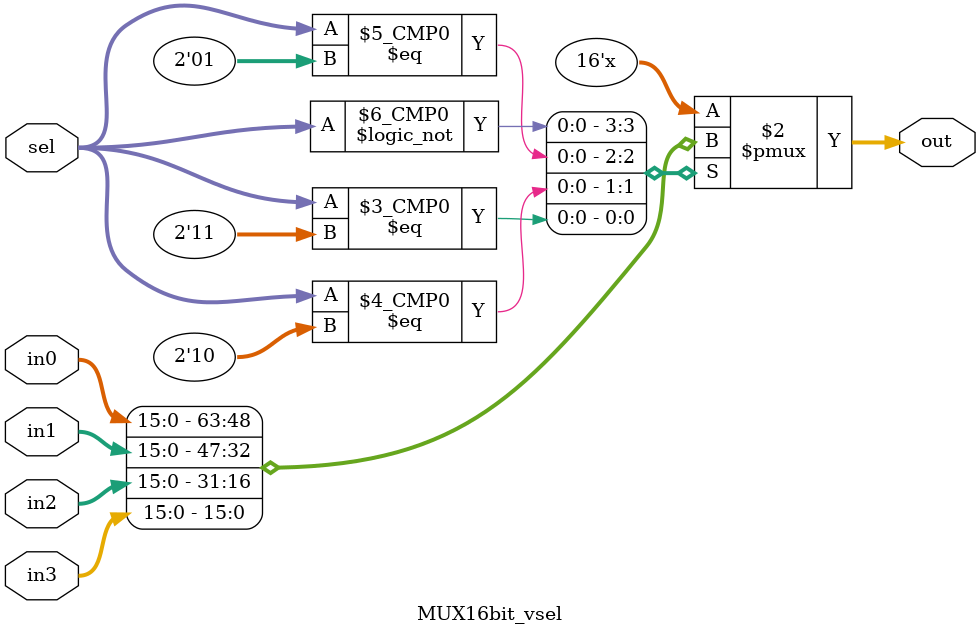
<source format=sv>
module datapath(
    //Inputs
    input [15:0] mdata, sximm8, sximm5,
    input [7:0] PC,
    input [2:0] writenum, readnum,
    input [1:0] shift, ALUop, vsel,
    input clk, write, asel, bsel, loada, loadb, loadc, loads,
    output reg [15:0] datapath_out, //this is C
    output reg [2:0] Z_out,
    input shift_ctrl
);
// Internal registers
reg [15:0] data_in, data_out, in, out, sout, Ain, Bin;
reg [15:0] regAout, regBout;
reg [2:0] Z; //vdffed to Z_out

reg [1:0] shift_ctrl_out;


// Module instantiation
regfile REGFILE(data_in, writenum, write, readnum, clk, data_out); //(1)
ALU ALU(Ain, Bin, ALUop, out, Z); //(2)
shifter SHIFTER(regBout, shift_ctrl_out, sout); //(8)

//(3)
reg [15:0] regAtemp;
assign regAtemp = regAout;
always_ff @(posedge clk)begin
    if(loada)
        regAout = data_out;
    else
        regAout = regAtemp;
end
/*
vDFFE #(16) regA(
    .clk(clk),
    .en(loada),
    .in(data_out),
    .out(regAout)
);
*/

//(4)
vDFFE #(16) regB(
    .clk(clk),
    .en(loadb),
    .in(data_out),
    .out(regBout)
);

//(5)
vDFFE #(16) regC(
    .clk(clk),
    .en(loadc),
    .in(out),
    .out(datapath_out)
);

//(6)
MUX16bit selA(
    .in0(regAout),
    .in1(16'd0),
    .sel(asel),
    .out(Ain)
);

//(7)
MUX16bit selB(
    .in0(sout),
    .in1(sximm5),
    .sel(bsel),
    .out(Bin)
);

//(9)
MUX16bit_vsel vSEL(
    .in0(datapath_out),
    .in1({8'b0,PC}),
    .in2(sximm8),
    .in3(mdata),
    .sel(vsel),
    .out(data_in)
);

//(10)
vDFFE #(3) status(
    .clk(clk),
    .en(loads),
    .in(Z),
    .out(Z_out)
);

//SPECIAL shift operation MUX specially designed for STR operations with negative imm5
//when ON, overide shift to 00 (ADD)

always_comb begin
    if(shift_ctrl)
        shift_ctrl_out = 2'b00;
    else 
        shift_ctrl_out = shift;
end


endmodule


//register with load enable
module vDFFE(clk, en, in, out) ;
  parameter n = 1;  // width
  input clk, en ;
  input [n-1:0] in ;
  output reg [n-1:0] out ;
  wire [n-1:0] next_out ;

  assign next_out = en ? in : out;

  always @(posedge clk)
    out = next_out;  
endmodule

//16 bit mux
module MUX16bit(in0, in1, sel, out);
    input [15:0] in0;
    input [15:0] in1;
    input sel;
    output [15:0] out;

    assign out = sel? in1 : in0;
endmodule

//16-bit mux for vsel
module MUX16bit_vsel(in0,in1,in2,in3,sel,out);

input [15:0] in0;
input [15:0] in1;
input [15:0] in2;
input [15:0] in3;
input [1:0] sel;
output reg [15:0] out;

always @(*) begin 
    case(sel) 
    2'b00: out = in0;
    2'b01: out = in1;
    2'b10: out = in2;
    2'b11: out = in3;
    default: out = 16'bxxxxxxxxxxxxxxxx;
    endcase
end


endmodule
</source>
